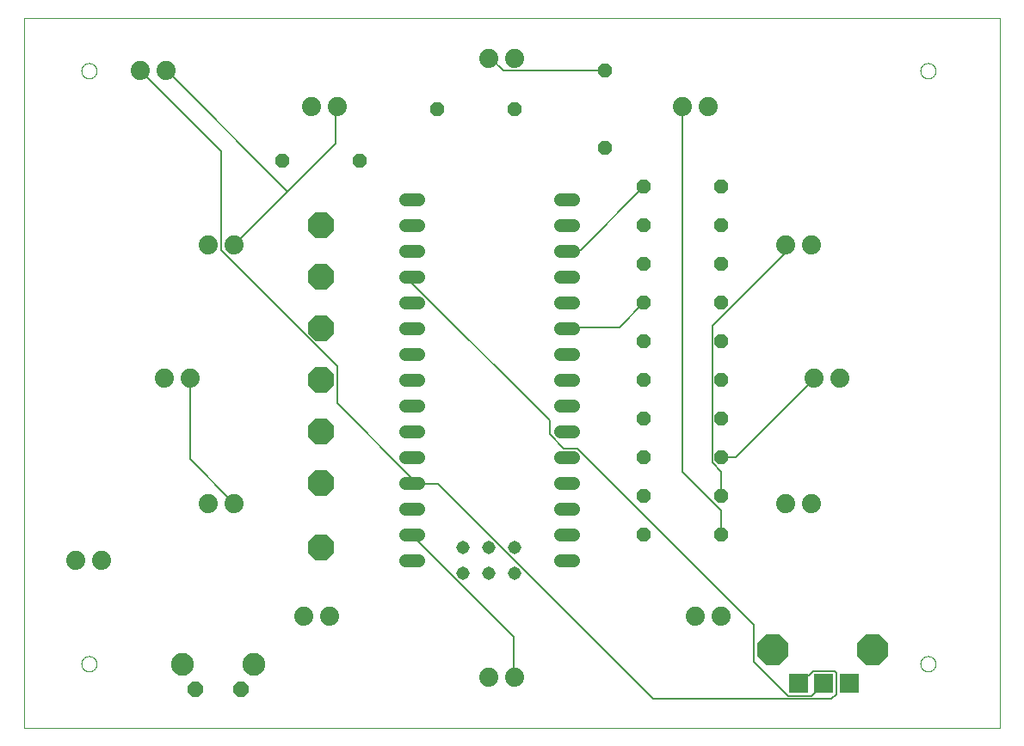
<source format=gbl>
G75*
%MOIN*%
%OFA0B0*%
%FSLAX25Y25*%
%IPPOS*%
%LPD*%
%AMOC8*
5,1,8,0,0,1.08239X$1,22.5*
%
%ADD10C,0.00000*%
%ADD11C,0.07400*%
%ADD12OC8,0.10000*%
%ADD13OC8,0.05200*%
%ADD14OC8,0.06000*%
%ADD15C,0.08850*%
%ADD16C,0.05150*%
%ADD17C,0.05150*%
%ADD18R,0.07400X0.07400*%
%ADD19OC8,0.11811*%
%ADD20C,0.00600*%
D10*
X0001000Y0020750D02*
X0001000Y0296341D01*
X0378953Y0296341D01*
X0378953Y0020750D01*
X0001000Y0020750D01*
X0023047Y0045750D02*
X0023049Y0045858D01*
X0023055Y0045967D01*
X0023065Y0046075D01*
X0023079Y0046182D01*
X0023097Y0046289D01*
X0023118Y0046396D01*
X0023144Y0046501D01*
X0023174Y0046606D01*
X0023207Y0046709D01*
X0023244Y0046811D01*
X0023285Y0046911D01*
X0023329Y0047010D01*
X0023378Y0047108D01*
X0023429Y0047203D01*
X0023484Y0047296D01*
X0023543Y0047388D01*
X0023605Y0047477D01*
X0023670Y0047564D01*
X0023738Y0047648D01*
X0023809Y0047730D01*
X0023883Y0047809D01*
X0023960Y0047885D01*
X0024040Y0047959D01*
X0024123Y0048029D01*
X0024208Y0048097D01*
X0024295Y0048161D01*
X0024385Y0048222D01*
X0024477Y0048280D01*
X0024571Y0048334D01*
X0024667Y0048385D01*
X0024764Y0048432D01*
X0024864Y0048476D01*
X0024965Y0048516D01*
X0025067Y0048552D01*
X0025170Y0048584D01*
X0025275Y0048613D01*
X0025381Y0048637D01*
X0025487Y0048658D01*
X0025594Y0048675D01*
X0025702Y0048688D01*
X0025810Y0048697D01*
X0025919Y0048702D01*
X0026027Y0048703D01*
X0026136Y0048700D01*
X0026244Y0048693D01*
X0026352Y0048682D01*
X0026459Y0048667D01*
X0026566Y0048648D01*
X0026672Y0048625D01*
X0026777Y0048599D01*
X0026882Y0048568D01*
X0026984Y0048534D01*
X0027086Y0048496D01*
X0027186Y0048454D01*
X0027285Y0048409D01*
X0027382Y0048360D01*
X0027476Y0048307D01*
X0027569Y0048251D01*
X0027660Y0048192D01*
X0027749Y0048129D01*
X0027835Y0048064D01*
X0027919Y0047995D01*
X0028000Y0047923D01*
X0028078Y0047848D01*
X0028154Y0047770D01*
X0028227Y0047689D01*
X0028297Y0047606D01*
X0028363Y0047521D01*
X0028427Y0047433D01*
X0028487Y0047342D01*
X0028544Y0047250D01*
X0028597Y0047155D01*
X0028647Y0047059D01*
X0028693Y0046961D01*
X0028736Y0046861D01*
X0028775Y0046760D01*
X0028810Y0046657D01*
X0028842Y0046554D01*
X0028869Y0046449D01*
X0028893Y0046343D01*
X0028913Y0046236D01*
X0028929Y0046129D01*
X0028941Y0046021D01*
X0028949Y0045913D01*
X0028953Y0045804D01*
X0028953Y0045696D01*
X0028949Y0045587D01*
X0028941Y0045479D01*
X0028929Y0045371D01*
X0028913Y0045264D01*
X0028893Y0045157D01*
X0028869Y0045051D01*
X0028842Y0044946D01*
X0028810Y0044843D01*
X0028775Y0044740D01*
X0028736Y0044639D01*
X0028693Y0044539D01*
X0028647Y0044441D01*
X0028597Y0044345D01*
X0028544Y0044250D01*
X0028487Y0044158D01*
X0028427Y0044067D01*
X0028363Y0043979D01*
X0028297Y0043894D01*
X0028227Y0043811D01*
X0028154Y0043730D01*
X0028078Y0043652D01*
X0028000Y0043577D01*
X0027919Y0043505D01*
X0027835Y0043436D01*
X0027749Y0043371D01*
X0027660Y0043308D01*
X0027569Y0043249D01*
X0027477Y0043193D01*
X0027382Y0043140D01*
X0027285Y0043091D01*
X0027186Y0043046D01*
X0027086Y0043004D01*
X0026984Y0042966D01*
X0026882Y0042932D01*
X0026777Y0042901D01*
X0026672Y0042875D01*
X0026566Y0042852D01*
X0026459Y0042833D01*
X0026352Y0042818D01*
X0026244Y0042807D01*
X0026136Y0042800D01*
X0026027Y0042797D01*
X0025919Y0042798D01*
X0025810Y0042803D01*
X0025702Y0042812D01*
X0025594Y0042825D01*
X0025487Y0042842D01*
X0025381Y0042863D01*
X0025275Y0042887D01*
X0025170Y0042916D01*
X0025067Y0042948D01*
X0024965Y0042984D01*
X0024864Y0043024D01*
X0024764Y0043068D01*
X0024667Y0043115D01*
X0024571Y0043166D01*
X0024477Y0043220D01*
X0024385Y0043278D01*
X0024295Y0043339D01*
X0024208Y0043403D01*
X0024123Y0043471D01*
X0024040Y0043541D01*
X0023960Y0043615D01*
X0023883Y0043691D01*
X0023809Y0043770D01*
X0023738Y0043852D01*
X0023670Y0043936D01*
X0023605Y0044023D01*
X0023543Y0044112D01*
X0023484Y0044204D01*
X0023429Y0044297D01*
X0023378Y0044392D01*
X0023329Y0044490D01*
X0023285Y0044589D01*
X0023244Y0044689D01*
X0023207Y0044791D01*
X0023174Y0044894D01*
X0023144Y0044999D01*
X0023118Y0045104D01*
X0023097Y0045211D01*
X0023079Y0045318D01*
X0023065Y0045425D01*
X0023055Y0045533D01*
X0023049Y0045642D01*
X0023047Y0045750D01*
X0023047Y0275750D02*
X0023049Y0275858D01*
X0023055Y0275967D01*
X0023065Y0276075D01*
X0023079Y0276182D01*
X0023097Y0276289D01*
X0023118Y0276396D01*
X0023144Y0276501D01*
X0023174Y0276606D01*
X0023207Y0276709D01*
X0023244Y0276811D01*
X0023285Y0276911D01*
X0023329Y0277010D01*
X0023378Y0277108D01*
X0023429Y0277203D01*
X0023484Y0277296D01*
X0023543Y0277388D01*
X0023605Y0277477D01*
X0023670Y0277564D01*
X0023738Y0277648D01*
X0023809Y0277730D01*
X0023883Y0277809D01*
X0023960Y0277885D01*
X0024040Y0277959D01*
X0024123Y0278029D01*
X0024208Y0278097D01*
X0024295Y0278161D01*
X0024385Y0278222D01*
X0024477Y0278280D01*
X0024571Y0278334D01*
X0024667Y0278385D01*
X0024764Y0278432D01*
X0024864Y0278476D01*
X0024965Y0278516D01*
X0025067Y0278552D01*
X0025170Y0278584D01*
X0025275Y0278613D01*
X0025381Y0278637D01*
X0025487Y0278658D01*
X0025594Y0278675D01*
X0025702Y0278688D01*
X0025810Y0278697D01*
X0025919Y0278702D01*
X0026027Y0278703D01*
X0026136Y0278700D01*
X0026244Y0278693D01*
X0026352Y0278682D01*
X0026459Y0278667D01*
X0026566Y0278648D01*
X0026672Y0278625D01*
X0026777Y0278599D01*
X0026882Y0278568D01*
X0026984Y0278534D01*
X0027086Y0278496D01*
X0027186Y0278454D01*
X0027285Y0278409D01*
X0027382Y0278360D01*
X0027476Y0278307D01*
X0027569Y0278251D01*
X0027660Y0278192D01*
X0027749Y0278129D01*
X0027835Y0278064D01*
X0027919Y0277995D01*
X0028000Y0277923D01*
X0028078Y0277848D01*
X0028154Y0277770D01*
X0028227Y0277689D01*
X0028297Y0277606D01*
X0028363Y0277521D01*
X0028427Y0277433D01*
X0028487Y0277342D01*
X0028544Y0277250D01*
X0028597Y0277155D01*
X0028647Y0277059D01*
X0028693Y0276961D01*
X0028736Y0276861D01*
X0028775Y0276760D01*
X0028810Y0276657D01*
X0028842Y0276554D01*
X0028869Y0276449D01*
X0028893Y0276343D01*
X0028913Y0276236D01*
X0028929Y0276129D01*
X0028941Y0276021D01*
X0028949Y0275913D01*
X0028953Y0275804D01*
X0028953Y0275696D01*
X0028949Y0275587D01*
X0028941Y0275479D01*
X0028929Y0275371D01*
X0028913Y0275264D01*
X0028893Y0275157D01*
X0028869Y0275051D01*
X0028842Y0274946D01*
X0028810Y0274843D01*
X0028775Y0274740D01*
X0028736Y0274639D01*
X0028693Y0274539D01*
X0028647Y0274441D01*
X0028597Y0274345D01*
X0028544Y0274250D01*
X0028487Y0274158D01*
X0028427Y0274067D01*
X0028363Y0273979D01*
X0028297Y0273894D01*
X0028227Y0273811D01*
X0028154Y0273730D01*
X0028078Y0273652D01*
X0028000Y0273577D01*
X0027919Y0273505D01*
X0027835Y0273436D01*
X0027749Y0273371D01*
X0027660Y0273308D01*
X0027569Y0273249D01*
X0027477Y0273193D01*
X0027382Y0273140D01*
X0027285Y0273091D01*
X0027186Y0273046D01*
X0027086Y0273004D01*
X0026984Y0272966D01*
X0026882Y0272932D01*
X0026777Y0272901D01*
X0026672Y0272875D01*
X0026566Y0272852D01*
X0026459Y0272833D01*
X0026352Y0272818D01*
X0026244Y0272807D01*
X0026136Y0272800D01*
X0026027Y0272797D01*
X0025919Y0272798D01*
X0025810Y0272803D01*
X0025702Y0272812D01*
X0025594Y0272825D01*
X0025487Y0272842D01*
X0025381Y0272863D01*
X0025275Y0272887D01*
X0025170Y0272916D01*
X0025067Y0272948D01*
X0024965Y0272984D01*
X0024864Y0273024D01*
X0024764Y0273068D01*
X0024667Y0273115D01*
X0024571Y0273166D01*
X0024477Y0273220D01*
X0024385Y0273278D01*
X0024295Y0273339D01*
X0024208Y0273403D01*
X0024123Y0273471D01*
X0024040Y0273541D01*
X0023960Y0273615D01*
X0023883Y0273691D01*
X0023809Y0273770D01*
X0023738Y0273852D01*
X0023670Y0273936D01*
X0023605Y0274023D01*
X0023543Y0274112D01*
X0023484Y0274204D01*
X0023429Y0274297D01*
X0023378Y0274392D01*
X0023329Y0274490D01*
X0023285Y0274589D01*
X0023244Y0274689D01*
X0023207Y0274791D01*
X0023174Y0274894D01*
X0023144Y0274999D01*
X0023118Y0275104D01*
X0023097Y0275211D01*
X0023079Y0275318D01*
X0023065Y0275425D01*
X0023055Y0275533D01*
X0023049Y0275642D01*
X0023047Y0275750D01*
X0348047Y0275750D02*
X0348049Y0275858D01*
X0348055Y0275967D01*
X0348065Y0276075D01*
X0348079Y0276182D01*
X0348097Y0276289D01*
X0348118Y0276396D01*
X0348144Y0276501D01*
X0348174Y0276606D01*
X0348207Y0276709D01*
X0348244Y0276811D01*
X0348285Y0276911D01*
X0348329Y0277010D01*
X0348378Y0277108D01*
X0348429Y0277203D01*
X0348484Y0277296D01*
X0348543Y0277388D01*
X0348605Y0277477D01*
X0348670Y0277564D01*
X0348738Y0277648D01*
X0348809Y0277730D01*
X0348883Y0277809D01*
X0348960Y0277885D01*
X0349040Y0277959D01*
X0349123Y0278029D01*
X0349208Y0278097D01*
X0349295Y0278161D01*
X0349385Y0278222D01*
X0349477Y0278280D01*
X0349571Y0278334D01*
X0349667Y0278385D01*
X0349764Y0278432D01*
X0349864Y0278476D01*
X0349965Y0278516D01*
X0350067Y0278552D01*
X0350170Y0278584D01*
X0350275Y0278613D01*
X0350381Y0278637D01*
X0350487Y0278658D01*
X0350594Y0278675D01*
X0350702Y0278688D01*
X0350810Y0278697D01*
X0350919Y0278702D01*
X0351027Y0278703D01*
X0351136Y0278700D01*
X0351244Y0278693D01*
X0351352Y0278682D01*
X0351459Y0278667D01*
X0351566Y0278648D01*
X0351672Y0278625D01*
X0351777Y0278599D01*
X0351882Y0278568D01*
X0351984Y0278534D01*
X0352086Y0278496D01*
X0352186Y0278454D01*
X0352285Y0278409D01*
X0352382Y0278360D01*
X0352476Y0278307D01*
X0352569Y0278251D01*
X0352660Y0278192D01*
X0352749Y0278129D01*
X0352835Y0278064D01*
X0352919Y0277995D01*
X0353000Y0277923D01*
X0353078Y0277848D01*
X0353154Y0277770D01*
X0353227Y0277689D01*
X0353297Y0277606D01*
X0353363Y0277521D01*
X0353427Y0277433D01*
X0353487Y0277342D01*
X0353544Y0277250D01*
X0353597Y0277155D01*
X0353647Y0277059D01*
X0353693Y0276961D01*
X0353736Y0276861D01*
X0353775Y0276760D01*
X0353810Y0276657D01*
X0353842Y0276554D01*
X0353869Y0276449D01*
X0353893Y0276343D01*
X0353913Y0276236D01*
X0353929Y0276129D01*
X0353941Y0276021D01*
X0353949Y0275913D01*
X0353953Y0275804D01*
X0353953Y0275696D01*
X0353949Y0275587D01*
X0353941Y0275479D01*
X0353929Y0275371D01*
X0353913Y0275264D01*
X0353893Y0275157D01*
X0353869Y0275051D01*
X0353842Y0274946D01*
X0353810Y0274843D01*
X0353775Y0274740D01*
X0353736Y0274639D01*
X0353693Y0274539D01*
X0353647Y0274441D01*
X0353597Y0274345D01*
X0353544Y0274250D01*
X0353487Y0274158D01*
X0353427Y0274067D01*
X0353363Y0273979D01*
X0353297Y0273894D01*
X0353227Y0273811D01*
X0353154Y0273730D01*
X0353078Y0273652D01*
X0353000Y0273577D01*
X0352919Y0273505D01*
X0352835Y0273436D01*
X0352749Y0273371D01*
X0352660Y0273308D01*
X0352569Y0273249D01*
X0352477Y0273193D01*
X0352382Y0273140D01*
X0352285Y0273091D01*
X0352186Y0273046D01*
X0352086Y0273004D01*
X0351984Y0272966D01*
X0351882Y0272932D01*
X0351777Y0272901D01*
X0351672Y0272875D01*
X0351566Y0272852D01*
X0351459Y0272833D01*
X0351352Y0272818D01*
X0351244Y0272807D01*
X0351136Y0272800D01*
X0351027Y0272797D01*
X0350919Y0272798D01*
X0350810Y0272803D01*
X0350702Y0272812D01*
X0350594Y0272825D01*
X0350487Y0272842D01*
X0350381Y0272863D01*
X0350275Y0272887D01*
X0350170Y0272916D01*
X0350067Y0272948D01*
X0349965Y0272984D01*
X0349864Y0273024D01*
X0349764Y0273068D01*
X0349667Y0273115D01*
X0349571Y0273166D01*
X0349477Y0273220D01*
X0349385Y0273278D01*
X0349295Y0273339D01*
X0349208Y0273403D01*
X0349123Y0273471D01*
X0349040Y0273541D01*
X0348960Y0273615D01*
X0348883Y0273691D01*
X0348809Y0273770D01*
X0348738Y0273852D01*
X0348670Y0273936D01*
X0348605Y0274023D01*
X0348543Y0274112D01*
X0348484Y0274204D01*
X0348429Y0274297D01*
X0348378Y0274392D01*
X0348329Y0274490D01*
X0348285Y0274589D01*
X0348244Y0274689D01*
X0348207Y0274791D01*
X0348174Y0274894D01*
X0348144Y0274999D01*
X0348118Y0275104D01*
X0348097Y0275211D01*
X0348079Y0275318D01*
X0348065Y0275425D01*
X0348055Y0275533D01*
X0348049Y0275642D01*
X0348047Y0275750D01*
X0348047Y0045750D02*
X0348049Y0045858D01*
X0348055Y0045967D01*
X0348065Y0046075D01*
X0348079Y0046182D01*
X0348097Y0046289D01*
X0348118Y0046396D01*
X0348144Y0046501D01*
X0348174Y0046606D01*
X0348207Y0046709D01*
X0348244Y0046811D01*
X0348285Y0046911D01*
X0348329Y0047010D01*
X0348378Y0047108D01*
X0348429Y0047203D01*
X0348484Y0047296D01*
X0348543Y0047388D01*
X0348605Y0047477D01*
X0348670Y0047564D01*
X0348738Y0047648D01*
X0348809Y0047730D01*
X0348883Y0047809D01*
X0348960Y0047885D01*
X0349040Y0047959D01*
X0349123Y0048029D01*
X0349208Y0048097D01*
X0349295Y0048161D01*
X0349385Y0048222D01*
X0349477Y0048280D01*
X0349571Y0048334D01*
X0349667Y0048385D01*
X0349764Y0048432D01*
X0349864Y0048476D01*
X0349965Y0048516D01*
X0350067Y0048552D01*
X0350170Y0048584D01*
X0350275Y0048613D01*
X0350381Y0048637D01*
X0350487Y0048658D01*
X0350594Y0048675D01*
X0350702Y0048688D01*
X0350810Y0048697D01*
X0350919Y0048702D01*
X0351027Y0048703D01*
X0351136Y0048700D01*
X0351244Y0048693D01*
X0351352Y0048682D01*
X0351459Y0048667D01*
X0351566Y0048648D01*
X0351672Y0048625D01*
X0351777Y0048599D01*
X0351882Y0048568D01*
X0351984Y0048534D01*
X0352086Y0048496D01*
X0352186Y0048454D01*
X0352285Y0048409D01*
X0352382Y0048360D01*
X0352476Y0048307D01*
X0352569Y0048251D01*
X0352660Y0048192D01*
X0352749Y0048129D01*
X0352835Y0048064D01*
X0352919Y0047995D01*
X0353000Y0047923D01*
X0353078Y0047848D01*
X0353154Y0047770D01*
X0353227Y0047689D01*
X0353297Y0047606D01*
X0353363Y0047521D01*
X0353427Y0047433D01*
X0353487Y0047342D01*
X0353544Y0047250D01*
X0353597Y0047155D01*
X0353647Y0047059D01*
X0353693Y0046961D01*
X0353736Y0046861D01*
X0353775Y0046760D01*
X0353810Y0046657D01*
X0353842Y0046554D01*
X0353869Y0046449D01*
X0353893Y0046343D01*
X0353913Y0046236D01*
X0353929Y0046129D01*
X0353941Y0046021D01*
X0353949Y0045913D01*
X0353953Y0045804D01*
X0353953Y0045696D01*
X0353949Y0045587D01*
X0353941Y0045479D01*
X0353929Y0045371D01*
X0353913Y0045264D01*
X0353893Y0045157D01*
X0353869Y0045051D01*
X0353842Y0044946D01*
X0353810Y0044843D01*
X0353775Y0044740D01*
X0353736Y0044639D01*
X0353693Y0044539D01*
X0353647Y0044441D01*
X0353597Y0044345D01*
X0353544Y0044250D01*
X0353487Y0044158D01*
X0353427Y0044067D01*
X0353363Y0043979D01*
X0353297Y0043894D01*
X0353227Y0043811D01*
X0353154Y0043730D01*
X0353078Y0043652D01*
X0353000Y0043577D01*
X0352919Y0043505D01*
X0352835Y0043436D01*
X0352749Y0043371D01*
X0352660Y0043308D01*
X0352569Y0043249D01*
X0352477Y0043193D01*
X0352382Y0043140D01*
X0352285Y0043091D01*
X0352186Y0043046D01*
X0352086Y0043004D01*
X0351984Y0042966D01*
X0351882Y0042932D01*
X0351777Y0042901D01*
X0351672Y0042875D01*
X0351566Y0042852D01*
X0351459Y0042833D01*
X0351352Y0042818D01*
X0351244Y0042807D01*
X0351136Y0042800D01*
X0351027Y0042797D01*
X0350919Y0042798D01*
X0350810Y0042803D01*
X0350702Y0042812D01*
X0350594Y0042825D01*
X0350487Y0042842D01*
X0350381Y0042863D01*
X0350275Y0042887D01*
X0350170Y0042916D01*
X0350067Y0042948D01*
X0349965Y0042984D01*
X0349864Y0043024D01*
X0349764Y0043068D01*
X0349667Y0043115D01*
X0349571Y0043166D01*
X0349477Y0043220D01*
X0349385Y0043278D01*
X0349295Y0043339D01*
X0349208Y0043403D01*
X0349123Y0043471D01*
X0349040Y0043541D01*
X0348960Y0043615D01*
X0348883Y0043691D01*
X0348809Y0043770D01*
X0348738Y0043852D01*
X0348670Y0043936D01*
X0348605Y0044023D01*
X0348543Y0044112D01*
X0348484Y0044204D01*
X0348429Y0044297D01*
X0348378Y0044392D01*
X0348329Y0044490D01*
X0348285Y0044589D01*
X0348244Y0044689D01*
X0348207Y0044791D01*
X0348174Y0044894D01*
X0348144Y0044999D01*
X0348118Y0045104D01*
X0348097Y0045211D01*
X0348079Y0045318D01*
X0348065Y0045425D01*
X0348055Y0045533D01*
X0348049Y0045642D01*
X0348047Y0045750D01*
D11*
X0271000Y0064136D03*
X0261000Y0064136D03*
X0296000Y0107837D03*
X0306000Y0107837D03*
X0307024Y0156577D03*
X0317024Y0156577D03*
X0306000Y0208191D03*
X0296000Y0208191D03*
X0266000Y0261892D03*
X0256000Y0261892D03*
X0191039Y0280593D03*
X0181039Y0280593D03*
X0122063Y0261892D03*
X0112063Y0261892D03*
X0056000Y0275750D03*
X0046000Y0275750D03*
X0072063Y0208191D03*
X0082063Y0208191D03*
X0065055Y0156577D03*
X0055055Y0156577D03*
X0072063Y0107837D03*
X0082063Y0107837D03*
X0031000Y0085750D03*
X0021000Y0085750D03*
X0109071Y0064136D03*
X0119071Y0064136D03*
X0181039Y0040435D03*
X0191039Y0040435D03*
D12*
X0116000Y0090750D03*
X0116000Y0115750D03*
X0116000Y0135750D03*
X0116000Y0155750D03*
X0116000Y0175750D03*
X0116000Y0195750D03*
X0116000Y0215750D03*
D13*
X0101000Y0240750D03*
X0131000Y0240750D03*
X0161000Y0260750D03*
X0191000Y0260750D03*
X0226000Y0245750D03*
X0241000Y0230750D03*
X0241000Y0215750D03*
X0241000Y0200750D03*
X0241000Y0185750D03*
X0241000Y0170750D03*
X0241000Y0155750D03*
X0241000Y0140750D03*
X0241000Y0125750D03*
X0241000Y0110750D03*
X0241000Y0095750D03*
X0271000Y0095750D03*
X0271000Y0110750D03*
X0271000Y0125750D03*
X0271000Y0140750D03*
X0271000Y0155750D03*
X0271000Y0170750D03*
X0271000Y0185750D03*
X0271000Y0200750D03*
X0271000Y0215750D03*
X0271000Y0230750D03*
X0226000Y0275750D03*
D14*
X0084900Y0035850D03*
X0067100Y0035850D03*
D15*
X0062200Y0045650D03*
X0089800Y0045650D03*
D16*
X0148425Y0085750D02*
X0153575Y0085750D01*
X0153575Y0095750D02*
X0148425Y0095750D01*
X0148425Y0105750D02*
X0153575Y0105750D01*
X0153575Y0115750D02*
X0148425Y0115750D01*
X0148425Y0125750D02*
X0153575Y0125750D01*
X0153575Y0135750D02*
X0148425Y0135750D01*
X0148425Y0145750D02*
X0153575Y0145750D01*
X0153575Y0155750D02*
X0148425Y0155750D01*
X0148425Y0165750D02*
X0153575Y0165750D01*
X0153575Y0175750D02*
X0148425Y0175750D01*
X0148425Y0185750D02*
X0153575Y0185750D01*
X0153575Y0195750D02*
X0148425Y0195750D01*
X0148425Y0205750D02*
X0153575Y0205750D01*
X0153575Y0215750D02*
X0148425Y0215750D01*
X0148425Y0225750D02*
X0153575Y0225750D01*
X0208425Y0225750D02*
X0213575Y0225750D01*
X0213575Y0215750D02*
X0208425Y0215750D01*
X0208425Y0205750D02*
X0213575Y0205750D01*
X0213575Y0195750D02*
X0208425Y0195750D01*
X0208425Y0185750D02*
X0213575Y0185750D01*
X0213575Y0175750D02*
X0208425Y0175750D01*
X0208425Y0165750D02*
X0213575Y0165750D01*
X0213575Y0155750D02*
X0208425Y0155750D01*
X0208425Y0145750D02*
X0213575Y0145750D01*
X0213575Y0135750D02*
X0208425Y0135750D01*
X0208425Y0125750D02*
X0213575Y0125750D01*
X0213575Y0115750D02*
X0208425Y0115750D01*
X0208425Y0105750D02*
X0213575Y0105750D01*
X0213575Y0095750D02*
X0208425Y0095750D01*
X0208425Y0085750D02*
X0213575Y0085750D01*
D17*
X0191000Y0080750D03*
X0191000Y0090750D03*
X0181000Y0090750D03*
X0171000Y0090750D03*
X0171000Y0080750D03*
X0181000Y0080750D03*
D18*
X0300843Y0038309D03*
X0310685Y0038309D03*
X0320528Y0038309D03*
D19*
X0329583Y0051301D03*
X0291000Y0051301D03*
D20*
X0283600Y0046550D02*
X0296800Y0033350D01*
X0305800Y0033350D01*
X0310600Y0038150D01*
X0310685Y0038309D01*
X0314800Y0042950D02*
X0306400Y0042950D01*
X0302200Y0038750D01*
X0301000Y0038750D01*
X0300843Y0038309D01*
X0313600Y0032150D02*
X0244600Y0032150D01*
X0161200Y0115550D01*
X0151000Y0115550D01*
X0151000Y0115750D01*
X0151000Y0116150D01*
X0151000Y0117950D01*
X0122200Y0146750D01*
X0122200Y0161150D01*
X0077200Y0206150D01*
X0077200Y0244550D01*
X0046000Y0275750D01*
X0056000Y0275750D02*
X0056200Y0275750D01*
X0103000Y0228950D01*
X0121600Y0247550D01*
X0121600Y0261350D01*
X0122063Y0261892D01*
X0103000Y0228950D02*
X0082600Y0208550D01*
X0082063Y0208191D01*
X0065055Y0156577D02*
X0065200Y0156350D01*
X0065200Y0125150D01*
X0082000Y0108350D01*
X0082063Y0107837D01*
X0151000Y0095750D02*
X0190600Y0056150D01*
X0190600Y0040550D01*
X0191039Y0040435D01*
X0271000Y0095750D02*
X0271000Y0105350D01*
X0256000Y0120350D01*
X0256000Y0261350D01*
X0256000Y0261892D01*
X0226000Y0275750D02*
X0186400Y0275750D01*
X0181600Y0280550D01*
X0181039Y0280593D01*
X0241000Y0230750D02*
X0216400Y0206150D01*
X0211000Y0206150D01*
X0211000Y0205750D01*
X0231400Y0176150D02*
X0241000Y0185750D01*
X0231400Y0176150D02*
X0211000Y0176150D01*
X0211000Y0175750D01*
X0204400Y0140150D02*
X0204400Y0134750D01*
X0209800Y0129350D01*
X0215200Y0129350D01*
X0283600Y0060950D01*
X0283600Y0046550D01*
X0314800Y0042950D02*
X0315400Y0042350D01*
X0315400Y0033950D01*
X0313600Y0032150D01*
X0271000Y0110750D02*
X0271000Y0120350D01*
X0267400Y0123950D01*
X0267400Y0176750D01*
X0295600Y0204950D01*
X0295600Y0207950D01*
X0296000Y0208191D01*
X0307024Y0156577D02*
X0307000Y0156350D01*
X0276400Y0125750D01*
X0271000Y0125750D01*
X0204400Y0140150D02*
X0151000Y0193550D01*
X0151000Y0195350D01*
X0151000Y0195750D01*
M02*

</source>
